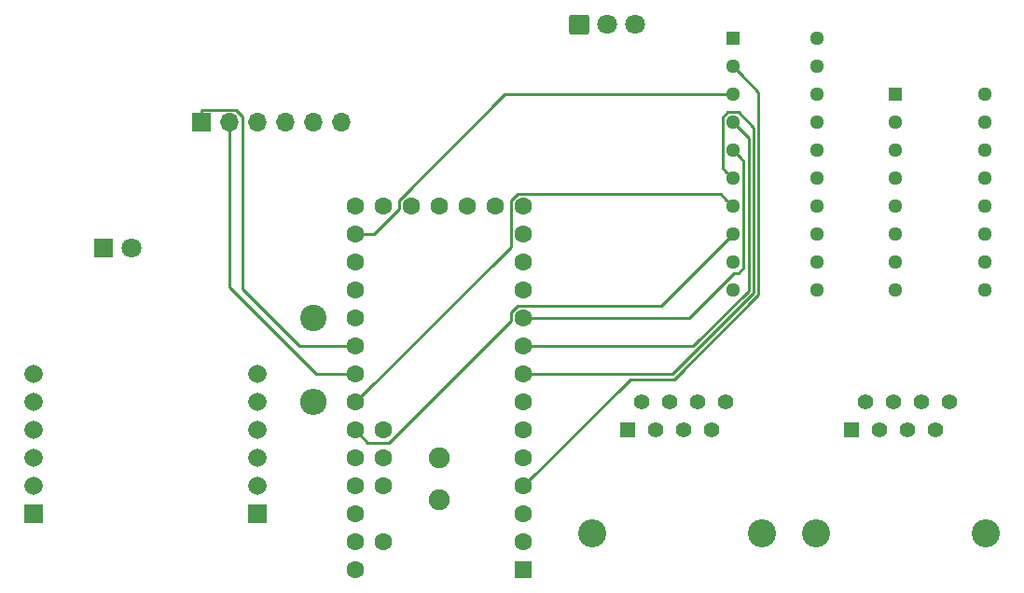
<source format=gbr>
G04 #@! TF.GenerationSoftware,KiCad,Pcbnew,(5.1.5-0-10_14)*
G04 #@! TF.CreationDate,2020-01-09T16:24:32-05:00*
G04 #@! TF.ProjectId,branchControllerPCB,6272616e-6368-4436-9f6e-74726f6c6c65,rev?*
G04 #@! TF.SameCoordinates,Original*
G04 #@! TF.FileFunction,Copper,L3,Inr*
G04 #@! TF.FilePolarity,Positive*
%FSLAX46Y46*%
G04 Gerber Fmt 4.6, Leading zero omitted, Abs format (unit mm)*
G04 Created by KiCad (PCBNEW (5.1.5-0-10_14)) date 2020-01-09 16:24:32*
%MOMM*%
%LPD*%
G04 APERTURE LIST*
%ADD10O,1.700000X1.700000*%
%ADD11R,1.700000X1.700000*%
%ADD12C,1.600000*%
%ADD13R,1.600000X1.600000*%
%ADD14C,1.900000*%
%ADD15R,1.665000X1.665000*%
%ADD16C,1.665000*%
%ADD17C,1.800000*%
%ADD18C,0.100000*%
%ADD19R,1.295400X1.295400*%
%ADD20C,1.295400*%
%ADD21O,2.400000X2.400000*%
%ADD22C,2.400000*%
%ADD23C,1.408000*%
%ADD24R,1.408000X1.408000*%
%ADD25C,2.550000*%
%ADD26R,1.800000X1.800000*%
%ADD27C,0.250000*%
G04 APERTURE END LIST*
D10*
X179070000Y-96520000D03*
X176530000Y-96520000D03*
X173990000Y-96520000D03*
X171450000Y-96520000D03*
X168910000Y-96520000D03*
D11*
X166370000Y-96520000D03*
D12*
X187960000Y-104140000D03*
X185420000Y-104140000D03*
X182880000Y-104140000D03*
X180340000Y-104140000D03*
X190500000Y-104140000D03*
X193040000Y-104140000D03*
X195580000Y-104140000D03*
X180340000Y-106680000D03*
X180340000Y-109220000D03*
X180340000Y-111760000D03*
X180340000Y-114300000D03*
X180340000Y-116840000D03*
X180340000Y-119380000D03*
X180340000Y-121920000D03*
X180340000Y-124460000D03*
X180340000Y-127000000D03*
X180340000Y-129540000D03*
X180340000Y-132080000D03*
X180340000Y-134620000D03*
X180340000Y-137160000D03*
X182880000Y-134620000D03*
X182880000Y-129540000D03*
X182880000Y-127000000D03*
X182880000Y-124460000D03*
X195580000Y-106680000D03*
X195580000Y-109220000D03*
X195580000Y-111760000D03*
X195580000Y-114300000D03*
X195580000Y-116840000D03*
X195580000Y-119380000D03*
X195580000Y-121920000D03*
X195580000Y-124460000D03*
X195580000Y-127000000D03*
X195580000Y-129540000D03*
X195580000Y-132080000D03*
X195580000Y-134620000D03*
D13*
X195580000Y-137160000D03*
D14*
X187960000Y-127000000D03*
X187960000Y-130810000D03*
D15*
X171450000Y-132080000D03*
D16*
X171450000Y-129540000D03*
X171450000Y-127000000D03*
X171450000Y-124460000D03*
X171450000Y-121920000D03*
X171450000Y-119380000D03*
D15*
X151130000Y-132080000D03*
D16*
X151130000Y-129540000D03*
X151130000Y-127000000D03*
X151130000Y-124460000D03*
X151130000Y-121920000D03*
X151130000Y-119380000D03*
D17*
X205740000Y-87630000D03*
X203200000Y-87630000D03*
G04 #@! TA.AperFunction,ViaPad*
D18*
G36*
X201335947Y-86731196D02*
G01*
X201360060Y-86734773D01*
X201383707Y-86740696D01*
X201406659Y-86748908D01*
X201428695Y-86759331D01*
X201449604Y-86771863D01*
X201469183Y-86786384D01*
X201487245Y-86802755D01*
X201503616Y-86820817D01*
X201518137Y-86840396D01*
X201530669Y-86861305D01*
X201541092Y-86883341D01*
X201549304Y-86906293D01*
X201555227Y-86929940D01*
X201558804Y-86954053D01*
X201560000Y-86978400D01*
X201560000Y-88281600D01*
X201558804Y-88305947D01*
X201555227Y-88330060D01*
X201549304Y-88353707D01*
X201541092Y-88376659D01*
X201530669Y-88398695D01*
X201518137Y-88419604D01*
X201503616Y-88439183D01*
X201487245Y-88457245D01*
X201469183Y-88473616D01*
X201449604Y-88488137D01*
X201428695Y-88500669D01*
X201406659Y-88511092D01*
X201383707Y-88519304D01*
X201360060Y-88525227D01*
X201335947Y-88528804D01*
X201311600Y-88530000D01*
X200008400Y-88530000D01*
X199984053Y-88528804D01*
X199959940Y-88525227D01*
X199936293Y-88519304D01*
X199913341Y-88511092D01*
X199891305Y-88500669D01*
X199870396Y-88488137D01*
X199850817Y-88473616D01*
X199832755Y-88457245D01*
X199816384Y-88439183D01*
X199801863Y-88419604D01*
X199789331Y-88398695D01*
X199778908Y-88376659D01*
X199770696Y-88353707D01*
X199764773Y-88330060D01*
X199761196Y-88305947D01*
X199760000Y-88281600D01*
X199760000Y-86978400D01*
X199761196Y-86954053D01*
X199764773Y-86929940D01*
X199770696Y-86906293D01*
X199778908Y-86883341D01*
X199789331Y-86861305D01*
X199801863Y-86840396D01*
X199816384Y-86820817D01*
X199832755Y-86802755D01*
X199850817Y-86786384D01*
X199870396Y-86771863D01*
X199891305Y-86759331D01*
X199913341Y-86748908D01*
X199936293Y-86740696D01*
X199959940Y-86734773D01*
X199984053Y-86731196D01*
X200008400Y-86730000D01*
X201311600Y-86730000D01*
X201335947Y-86731196D01*
G37*
G04 #@! TD.AperFunction*
D19*
X214630000Y-88900000D03*
D20*
X214630000Y-91440000D03*
X214630000Y-93980000D03*
X214630000Y-96520000D03*
X214630000Y-99060000D03*
X214630000Y-101600000D03*
X214630000Y-104140000D03*
X214630000Y-106680000D03*
X214630000Y-109220000D03*
X214630000Y-111760000D03*
X222250000Y-111760000D03*
X222250000Y-109220000D03*
X222250000Y-106680000D03*
X222250000Y-104140000D03*
X222250000Y-101600000D03*
X222250000Y-99060000D03*
X222250000Y-96520000D03*
X222250000Y-93980000D03*
X222250000Y-91440000D03*
X222250000Y-88900000D03*
D19*
X229362000Y-93980000D03*
D20*
X229362000Y-96520000D03*
X229362000Y-99060000D03*
X229362000Y-101600000D03*
X229362000Y-104140000D03*
X229362000Y-106680000D03*
X229362000Y-109220000D03*
X229362000Y-111760000D03*
X237490000Y-111760000D03*
X237490000Y-109220000D03*
X237490000Y-106680000D03*
X237490000Y-104140000D03*
X237490000Y-101600000D03*
X237490000Y-99060000D03*
X237490000Y-96520000D03*
X237490000Y-93980000D03*
D21*
X176530000Y-121920000D03*
D22*
X176530000Y-114300000D03*
D23*
X231775000Y-121920000D03*
X229235000Y-121920000D03*
X226695000Y-121920000D03*
X230505000Y-124460000D03*
X227965000Y-124460000D03*
D24*
X225425000Y-124460000D03*
D23*
X233045000Y-124460000D03*
X234315000Y-121920000D03*
D25*
X222155000Y-133860000D03*
X237585000Y-133860000D03*
X217265000Y-133860000D03*
X201835000Y-133860000D03*
D23*
X213995000Y-121920000D03*
X212725000Y-124460000D03*
D24*
X205105000Y-124460000D03*
D23*
X207645000Y-124460000D03*
X210185000Y-124460000D03*
X206375000Y-121920000D03*
X208915000Y-121920000D03*
X211455000Y-121920000D03*
D17*
X160020000Y-107950000D03*
D26*
X157480000Y-107950000D03*
D27*
X213714014Y-93980000D02*
X214630000Y-93980000D01*
X193914998Y-93980000D02*
X213714014Y-93980000D01*
X184294999Y-103599999D02*
X193914998Y-93980000D01*
X184294999Y-104390003D02*
X184294999Y-103599999D01*
X182005002Y-106680000D02*
X184294999Y-104390003D01*
X180340000Y-106680000D02*
X182005002Y-106680000D01*
X180340000Y-116840000D02*
X175260000Y-116840000D01*
X166370000Y-95420000D02*
X166370000Y-96520000D01*
X169474001Y-95344999D02*
X166445001Y-95344999D01*
X170085001Y-95955999D02*
X169474001Y-95344999D01*
X166445001Y-95344999D02*
X166370000Y-95420000D01*
X170085001Y-111665001D02*
X170085001Y-95955999D01*
X175260000Y-116840000D02*
X170085001Y-111665001D01*
X168910000Y-97722081D02*
X168910000Y-96520000D01*
X168910000Y-111477002D02*
X168910000Y-97722081D01*
X176812998Y-119380000D02*
X168910000Y-111477002D01*
X180340000Y-119380000D02*
X176812998Y-119380000D01*
X213982301Y-103492301D02*
X214630000Y-104140000D01*
X195039999Y-103014999D02*
X213504999Y-103014999D01*
X213504999Y-103014999D02*
X213982301Y-103492301D01*
X194454999Y-103599999D02*
X195039999Y-103014999D01*
X194454999Y-107805001D02*
X194454999Y-103599999D01*
X180340000Y-121920000D02*
X194454999Y-107805001D01*
X208135001Y-113174999D02*
X213982301Y-107327699D01*
X195039999Y-113174999D02*
X208135001Y-113174999D01*
X194454999Y-113759999D02*
X195039999Y-113174999D01*
X194454999Y-114550003D02*
X194454999Y-113759999D01*
X213982301Y-107327699D02*
X214630000Y-106680000D01*
X183420001Y-125585001D02*
X194454999Y-114550003D01*
X181465001Y-125585001D02*
X183420001Y-125585001D01*
X180340000Y-124460000D02*
X181465001Y-125585001D01*
X215277699Y-99707699D02*
X214630000Y-99060000D01*
X215096897Y-110192701D02*
X215602701Y-109686897D01*
X215602701Y-109686897D02*
X215602701Y-100032701D01*
X214757701Y-110192701D02*
X215096897Y-110192701D01*
X210650402Y-114300000D02*
X214757701Y-110192701D01*
X215602701Y-100032701D02*
X215277699Y-99707699D01*
X195580000Y-114300000D02*
X210650402Y-114300000D01*
X215277699Y-97167699D02*
X214630000Y-96520000D01*
X216052711Y-97942711D02*
X215277699Y-97167699D01*
X216052711Y-111776887D02*
X216052711Y-97942711D01*
X210989598Y-116840000D02*
X216052711Y-111776887D01*
X195580000Y-116840000D02*
X210989598Y-116840000D01*
X213657299Y-100627299D02*
X213982301Y-100952301D01*
X213657299Y-96053103D02*
X213657299Y-100627299D01*
X213982301Y-100952301D02*
X214630000Y-101600000D01*
X214163103Y-95547299D02*
X213657299Y-96053103D01*
X215096897Y-95547299D02*
X214163103Y-95547299D01*
X216502721Y-96953123D02*
X215096897Y-95547299D01*
X216502721Y-111963287D02*
X216502721Y-96953123D01*
X209086008Y-119380000D02*
X216502721Y-111963287D01*
X195580000Y-119380000D02*
X209086008Y-119380000D01*
X215277699Y-92087699D02*
X214630000Y-91440000D01*
X216952731Y-93762731D02*
X215277699Y-92087699D01*
X209272409Y-119830009D02*
X216952731Y-112149687D01*
X205289991Y-119830009D02*
X209272409Y-119830009D01*
X216952731Y-112149687D02*
X216952731Y-93762731D01*
X195580000Y-129540000D02*
X205289991Y-119830009D01*
M02*

</source>
